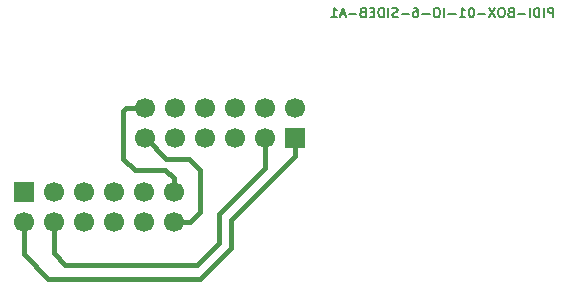
<source format=gbr>
%TF.GenerationSoftware,KiCad,Pcbnew,9.0.6-rc1*%
%TF.CreationDate,2025-10-18T13:39:51+01:00*%
%TF.ProjectId,PIDI-BOX-01-IO-6-SIDEB-A1,50494449-2d42-44f5-982d-30312d494f2d,rev?*%
%TF.SameCoordinates,Original*%
%TF.FileFunction,Copper,L2,Bot*%
%TF.FilePolarity,Positive*%
%FSLAX46Y46*%
G04 Gerber Fmt 4.6, Leading zero omitted, Abs format (unit mm)*
G04 Created by KiCad (PCBNEW 9.0.6-rc1) date 2025-10-18 13:39:51*
%MOMM*%
%LPD*%
G01*
G04 APERTURE LIST*
%ADD10C,0.150000*%
%TA.AperFunction,NonConductor*%
%ADD11C,0.150000*%
%TD*%
%TA.AperFunction,ComponentPad*%
%ADD12C,1.700000*%
%TD*%
%TA.AperFunction,ComponentPad*%
%ADD13R,1.700000X1.700000*%
%TD*%
%TA.AperFunction,Conductor*%
%ADD14C,0.400000*%
%TD*%
G04 APERTURE END LIST*
D10*
D11*
X149520039Y-81225095D02*
X149520039Y-80425095D01*
X149520039Y-80425095D02*
X149215277Y-80425095D01*
X149215277Y-80425095D02*
X149139087Y-80463190D01*
X149139087Y-80463190D02*
X149100992Y-80501285D01*
X149100992Y-80501285D02*
X149062896Y-80577476D01*
X149062896Y-80577476D02*
X149062896Y-80691761D01*
X149062896Y-80691761D02*
X149100992Y-80767952D01*
X149100992Y-80767952D02*
X149139087Y-80806047D01*
X149139087Y-80806047D02*
X149215277Y-80844142D01*
X149215277Y-80844142D02*
X149520039Y-80844142D01*
X148720039Y-81225095D02*
X148720039Y-80425095D01*
X148339087Y-81225095D02*
X148339087Y-80425095D01*
X148339087Y-80425095D02*
X148148611Y-80425095D01*
X148148611Y-80425095D02*
X148034325Y-80463190D01*
X148034325Y-80463190D02*
X147958135Y-80539380D01*
X147958135Y-80539380D02*
X147920040Y-80615571D01*
X147920040Y-80615571D02*
X147881944Y-80767952D01*
X147881944Y-80767952D02*
X147881944Y-80882238D01*
X147881944Y-80882238D02*
X147920040Y-81034619D01*
X147920040Y-81034619D02*
X147958135Y-81110809D01*
X147958135Y-81110809D02*
X148034325Y-81187000D01*
X148034325Y-81187000D02*
X148148611Y-81225095D01*
X148148611Y-81225095D02*
X148339087Y-81225095D01*
X147539087Y-81225095D02*
X147539087Y-80425095D01*
X147158135Y-80920333D02*
X146548612Y-80920333D01*
X145900993Y-80806047D02*
X145786707Y-80844142D01*
X145786707Y-80844142D02*
X145748612Y-80882238D01*
X145748612Y-80882238D02*
X145710516Y-80958428D01*
X145710516Y-80958428D02*
X145710516Y-81072714D01*
X145710516Y-81072714D02*
X145748612Y-81148904D01*
X145748612Y-81148904D02*
X145786707Y-81187000D01*
X145786707Y-81187000D02*
X145862897Y-81225095D01*
X145862897Y-81225095D02*
X146167659Y-81225095D01*
X146167659Y-81225095D02*
X146167659Y-80425095D01*
X146167659Y-80425095D02*
X145900993Y-80425095D01*
X145900993Y-80425095D02*
X145824802Y-80463190D01*
X145824802Y-80463190D02*
X145786707Y-80501285D01*
X145786707Y-80501285D02*
X145748612Y-80577476D01*
X145748612Y-80577476D02*
X145748612Y-80653666D01*
X145748612Y-80653666D02*
X145786707Y-80729857D01*
X145786707Y-80729857D02*
X145824802Y-80767952D01*
X145824802Y-80767952D02*
X145900993Y-80806047D01*
X145900993Y-80806047D02*
X146167659Y-80806047D01*
X145215278Y-80425095D02*
X145062897Y-80425095D01*
X145062897Y-80425095D02*
X144986707Y-80463190D01*
X144986707Y-80463190D02*
X144910516Y-80539380D01*
X144910516Y-80539380D02*
X144872421Y-80691761D01*
X144872421Y-80691761D02*
X144872421Y-80958428D01*
X144872421Y-80958428D02*
X144910516Y-81110809D01*
X144910516Y-81110809D02*
X144986707Y-81187000D01*
X144986707Y-81187000D02*
X145062897Y-81225095D01*
X145062897Y-81225095D02*
X145215278Y-81225095D01*
X145215278Y-81225095D02*
X145291469Y-81187000D01*
X145291469Y-81187000D02*
X145367659Y-81110809D01*
X145367659Y-81110809D02*
X145405755Y-80958428D01*
X145405755Y-80958428D02*
X145405755Y-80691761D01*
X145405755Y-80691761D02*
X145367659Y-80539380D01*
X145367659Y-80539380D02*
X145291469Y-80463190D01*
X145291469Y-80463190D02*
X145215278Y-80425095D01*
X144605755Y-80425095D02*
X144072421Y-81225095D01*
X144072421Y-80425095D02*
X144605755Y-81225095D01*
X143767659Y-80920333D02*
X143158136Y-80920333D01*
X142624802Y-80425095D02*
X142548612Y-80425095D01*
X142548612Y-80425095D02*
X142472421Y-80463190D01*
X142472421Y-80463190D02*
X142434326Y-80501285D01*
X142434326Y-80501285D02*
X142396231Y-80577476D01*
X142396231Y-80577476D02*
X142358136Y-80729857D01*
X142358136Y-80729857D02*
X142358136Y-80920333D01*
X142358136Y-80920333D02*
X142396231Y-81072714D01*
X142396231Y-81072714D02*
X142434326Y-81148904D01*
X142434326Y-81148904D02*
X142472421Y-81187000D01*
X142472421Y-81187000D02*
X142548612Y-81225095D01*
X142548612Y-81225095D02*
X142624802Y-81225095D01*
X142624802Y-81225095D02*
X142700993Y-81187000D01*
X142700993Y-81187000D02*
X142739088Y-81148904D01*
X142739088Y-81148904D02*
X142777183Y-81072714D01*
X142777183Y-81072714D02*
X142815279Y-80920333D01*
X142815279Y-80920333D02*
X142815279Y-80729857D01*
X142815279Y-80729857D02*
X142777183Y-80577476D01*
X142777183Y-80577476D02*
X142739088Y-80501285D01*
X142739088Y-80501285D02*
X142700993Y-80463190D01*
X142700993Y-80463190D02*
X142624802Y-80425095D01*
X141596231Y-81225095D02*
X142053374Y-81225095D01*
X141824802Y-81225095D02*
X141824802Y-80425095D01*
X141824802Y-80425095D02*
X141900993Y-80539380D01*
X141900993Y-80539380D02*
X141977183Y-80615571D01*
X141977183Y-80615571D02*
X142053374Y-80653666D01*
X141253373Y-80920333D02*
X140643850Y-80920333D01*
X140262897Y-81225095D02*
X140262897Y-80425095D01*
X139729564Y-80425095D02*
X139577183Y-80425095D01*
X139577183Y-80425095D02*
X139500993Y-80463190D01*
X139500993Y-80463190D02*
X139424802Y-80539380D01*
X139424802Y-80539380D02*
X139386707Y-80691761D01*
X139386707Y-80691761D02*
X139386707Y-80958428D01*
X139386707Y-80958428D02*
X139424802Y-81110809D01*
X139424802Y-81110809D02*
X139500993Y-81187000D01*
X139500993Y-81187000D02*
X139577183Y-81225095D01*
X139577183Y-81225095D02*
X139729564Y-81225095D01*
X139729564Y-81225095D02*
X139805755Y-81187000D01*
X139805755Y-81187000D02*
X139881945Y-81110809D01*
X139881945Y-81110809D02*
X139920041Y-80958428D01*
X139920041Y-80958428D02*
X139920041Y-80691761D01*
X139920041Y-80691761D02*
X139881945Y-80539380D01*
X139881945Y-80539380D02*
X139805755Y-80463190D01*
X139805755Y-80463190D02*
X139729564Y-80425095D01*
X139043850Y-80920333D02*
X138434327Y-80920333D01*
X137710517Y-80425095D02*
X137862898Y-80425095D01*
X137862898Y-80425095D02*
X137939089Y-80463190D01*
X137939089Y-80463190D02*
X137977184Y-80501285D01*
X137977184Y-80501285D02*
X138053374Y-80615571D01*
X138053374Y-80615571D02*
X138091470Y-80767952D01*
X138091470Y-80767952D02*
X138091470Y-81072714D01*
X138091470Y-81072714D02*
X138053374Y-81148904D01*
X138053374Y-81148904D02*
X138015279Y-81187000D01*
X138015279Y-81187000D02*
X137939089Y-81225095D01*
X137939089Y-81225095D02*
X137786708Y-81225095D01*
X137786708Y-81225095D02*
X137710517Y-81187000D01*
X137710517Y-81187000D02*
X137672422Y-81148904D01*
X137672422Y-81148904D02*
X137634327Y-81072714D01*
X137634327Y-81072714D02*
X137634327Y-80882238D01*
X137634327Y-80882238D02*
X137672422Y-80806047D01*
X137672422Y-80806047D02*
X137710517Y-80767952D01*
X137710517Y-80767952D02*
X137786708Y-80729857D01*
X137786708Y-80729857D02*
X137939089Y-80729857D01*
X137939089Y-80729857D02*
X138015279Y-80767952D01*
X138015279Y-80767952D02*
X138053374Y-80806047D01*
X138053374Y-80806047D02*
X138091470Y-80882238D01*
X137291469Y-80920333D02*
X136681946Y-80920333D01*
X136339089Y-81187000D02*
X136224803Y-81225095D01*
X136224803Y-81225095D02*
X136034327Y-81225095D01*
X136034327Y-81225095D02*
X135958136Y-81187000D01*
X135958136Y-81187000D02*
X135920041Y-81148904D01*
X135920041Y-81148904D02*
X135881946Y-81072714D01*
X135881946Y-81072714D02*
X135881946Y-80996523D01*
X135881946Y-80996523D02*
X135920041Y-80920333D01*
X135920041Y-80920333D02*
X135958136Y-80882238D01*
X135958136Y-80882238D02*
X136034327Y-80844142D01*
X136034327Y-80844142D02*
X136186708Y-80806047D01*
X136186708Y-80806047D02*
X136262898Y-80767952D01*
X136262898Y-80767952D02*
X136300993Y-80729857D01*
X136300993Y-80729857D02*
X136339089Y-80653666D01*
X136339089Y-80653666D02*
X136339089Y-80577476D01*
X136339089Y-80577476D02*
X136300993Y-80501285D01*
X136300993Y-80501285D02*
X136262898Y-80463190D01*
X136262898Y-80463190D02*
X136186708Y-80425095D01*
X136186708Y-80425095D02*
X135996231Y-80425095D01*
X135996231Y-80425095D02*
X135881946Y-80463190D01*
X135539088Y-81225095D02*
X135539088Y-80425095D01*
X135158136Y-81225095D02*
X135158136Y-80425095D01*
X135158136Y-80425095D02*
X134967660Y-80425095D01*
X134967660Y-80425095D02*
X134853374Y-80463190D01*
X134853374Y-80463190D02*
X134777184Y-80539380D01*
X134777184Y-80539380D02*
X134739089Y-80615571D01*
X134739089Y-80615571D02*
X134700993Y-80767952D01*
X134700993Y-80767952D02*
X134700993Y-80882238D01*
X134700993Y-80882238D02*
X134739089Y-81034619D01*
X134739089Y-81034619D02*
X134777184Y-81110809D01*
X134777184Y-81110809D02*
X134853374Y-81187000D01*
X134853374Y-81187000D02*
X134967660Y-81225095D01*
X134967660Y-81225095D02*
X135158136Y-81225095D01*
X134358136Y-80806047D02*
X134091470Y-80806047D01*
X133977184Y-81225095D02*
X134358136Y-81225095D01*
X134358136Y-81225095D02*
X134358136Y-80425095D01*
X134358136Y-80425095D02*
X133977184Y-80425095D01*
X133367660Y-80806047D02*
X133253374Y-80844142D01*
X133253374Y-80844142D02*
X133215279Y-80882238D01*
X133215279Y-80882238D02*
X133177183Y-80958428D01*
X133177183Y-80958428D02*
X133177183Y-81072714D01*
X133177183Y-81072714D02*
X133215279Y-81148904D01*
X133215279Y-81148904D02*
X133253374Y-81187000D01*
X133253374Y-81187000D02*
X133329564Y-81225095D01*
X133329564Y-81225095D02*
X133634326Y-81225095D01*
X133634326Y-81225095D02*
X133634326Y-80425095D01*
X133634326Y-80425095D02*
X133367660Y-80425095D01*
X133367660Y-80425095D02*
X133291469Y-80463190D01*
X133291469Y-80463190D02*
X133253374Y-80501285D01*
X133253374Y-80501285D02*
X133215279Y-80577476D01*
X133215279Y-80577476D02*
X133215279Y-80653666D01*
X133215279Y-80653666D02*
X133253374Y-80729857D01*
X133253374Y-80729857D02*
X133291469Y-80767952D01*
X133291469Y-80767952D02*
X133367660Y-80806047D01*
X133367660Y-80806047D02*
X133634326Y-80806047D01*
X132834326Y-80920333D02*
X132224803Y-80920333D01*
X131881946Y-80996523D02*
X131500993Y-80996523D01*
X131958136Y-81225095D02*
X131691469Y-80425095D01*
X131691469Y-80425095D02*
X131424803Y-81225095D01*
X130739089Y-81225095D02*
X131196232Y-81225095D01*
X130967660Y-81225095D02*
X130967660Y-80425095D01*
X130967660Y-80425095D02*
X131043851Y-80539380D01*
X131043851Y-80539380D02*
X131120041Y-80615571D01*
X131120041Y-80615571D02*
X131196232Y-80653666D01*
D12*
%TO.P,J1,12,Pin_12*%
%TO.N,Net-(J1-Pin_12)*%
X117373000Y-98540000D03*
%TO.P,J1,11,Pin_11*%
%TO.N,Net-(J1-Pin_11)*%
X117373000Y-96000000D03*
%TO.P,J1,10,Pin_10*%
%TO.N,Net-(J1-Pin_10)*%
X114833000Y-98540000D03*
%TO.P,J1,9,Pin_9*%
%TO.N,Net-(J1-Pin_9)*%
X114833000Y-96000000D03*
%TO.P,J1,8,Pin_8*%
%TO.N,Net-(J1-Pin_8)*%
X112293000Y-98540000D03*
%TO.P,J1,7,Pin_7*%
%TO.N,Net-(J1-Pin_7)*%
X112293000Y-96000000D03*
%TO.P,J1,6,Pin_6*%
%TO.N,Net-(J1-Pin_6)*%
X109753000Y-98540000D03*
%TO.P,J1,5,Pin_5*%
%TO.N,Net-(J1-Pin_5)*%
X109753000Y-96000000D03*
%TO.P,J1,4,Pin_4*%
%TO.N,Net-(J1-Pin_4)*%
X107213000Y-98540000D03*
%TO.P,J1,3,Pin_3*%
%TO.N,Net-(J1-Pin_3)*%
X107213000Y-96000000D03*
%TO.P,J1,2,Pin_2*%
%TO.N,Net-(J1-Pin_2)*%
X104673000Y-98540000D03*
D13*
%TO.P,J1,1,Pin_1*%
%TO.N,Net-(J1-Pin_1)*%
X104673000Y-96000000D03*
%TD*%
%TO.P,J2,1,Pin_1*%
%TO.N,Net-(J1-Pin_2)*%
X127660400Y-91500000D03*
D12*
%TO.P,J2,2,Pin_2*%
%TO.N,Net-(J1-Pin_1)*%
X127660400Y-88960000D03*
%TO.P,J2,3,Pin_3*%
%TO.N,Net-(J1-Pin_4)*%
X125120400Y-91500000D03*
%TO.P,J2,4,Pin_4*%
%TO.N,Net-(J1-Pin_3)*%
X125120400Y-88960000D03*
%TO.P,J2,5,Pin_5*%
%TO.N,Net-(J1-Pin_6)*%
X122580400Y-91500000D03*
%TO.P,J2,6,Pin_6*%
%TO.N,Net-(J1-Pin_5)*%
X122580400Y-88960000D03*
%TO.P,J2,7,Pin_7*%
%TO.N,Net-(J1-Pin_8)*%
X120040400Y-91500000D03*
%TO.P,J2,8,Pin_8*%
%TO.N,Net-(J1-Pin_7)*%
X120040400Y-88960000D03*
%TO.P,J2,9,Pin_9*%
%TO.N,Net-(J1-Pin_10)*%
X117500400Y-91500000D03*
%TO.P,J2,10,Pin_10*%
%TO.N,Net-(J1-Pin_9)*%
X117500400Y-88960000D03*
%TO.P,J2,11,Pin_11*%
%TO.N,Net-(J1-Pin_12)*%
X114960400Y-91500000D03*
%TO.P,J2,12,Pin_12*%
%TO.N,Net-(J1-Pin_11)*%
X114960400Y-88960000D03*
%TD*%
D14*
%TO.N,Net-(J1-Pin_12)*%
X117435800Y-98602800D02*
X117373000Y-98540000D01*
X118795800Y-98602800D02*
X117435800Y-98602800D01*
X119634000Y-94183200D02*
X119634000Y-97764600D01*
X118694200Y-93243400D02*
X119634000Y-94183200D01*
X119634000Y-97764600D02*
X118795800Y-98602800D01*
X114960400Y-91500000D02*
X115020400Y-91500000D01*
X115020400Y-91500000D02*
X116763800Y-93243400D01*
X116763800Y-93243400D02*
X118694200Y-93243400D01*
%TO.N,Net-(J1-Pin_11)*%
X113325600Y-88960000D02*
X114960400Y-88960000D01*
X113131600Y-89154000D02*
X113325600Y-88960000D01*
X113131600Y-93243400D02*
X113131600Y-89154000D01*
X116687600Y-94183200D02*
X114071400Y-94183200D01*
X114071400Y-94183200D02*
X113131600Y-93243400D01*
X117373000Y-96000000D02*
X117373000Y-94868600D01*
X117373000Y-94868600D02*
X116687600Y-94183200D01*
%TO.N,Net-(J1-Pin_2)*%
X127660400Y-92964000D02*
X127660400Y-91500000D01*
X119634000Y-103378000D02*
X122224800Y-100787200D01*
X106730800Y-103378000D02*
X119634000Y-103378000D01*
X122224800Y-98399600D02*
X127660400Y-92964000D01*
X104673000Y-101320200D02*
X106730800Y-103378000D01*
X104673000Y-98540000D02*
X104673000Y-101320200D01*
X122224800Y-100787200D02*
X122224800Y-98399600D01*
%TO.N,Net-(J1-Pin_4)*%
X108204000Y-102209600D02*
X107213000Y-101218600D01*
X125120400Y-93980000D02*
X121208800Y-97891600D01*
X107213000Y-101218600D02*
X107213000Y-98540000D01*
X125120400Y-91500000D02*
X125120400Y-93980000D01*
X121208800Y-97891600D02*
X121208800Y-100330000D01*
X121208800Y-100330000D02*
X119329200Y-102209600D01*
X119329200Y-102209600D02*
X108204000Y-102209600D01*
%TD*%
M02*

</source>
